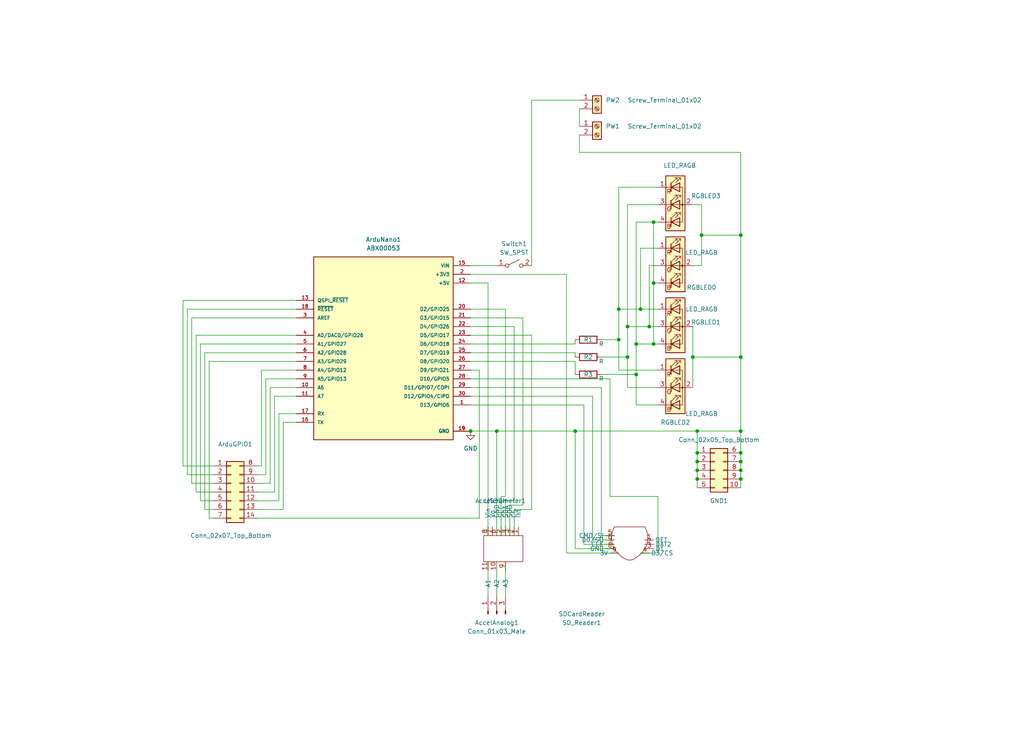
<source format=kicad_sch>
(kicad_sch (version 20211123) (generator eeschema)
  (paper "User" 298.45 217.881)
  (lib_symbols
    (symbol "ABX00053:ABX00053" (pin_names (offset 1.016))
      (property "Reference" "U?" (at 0 30.48 0))
      (property "Value" "ABX00053" (at 0 27.94 0))
      (symbol "ABX00053_0_0"
        (rectangle (start -20.32 -27.94) (end 20.32 25.4) (stroke (width 0.254)) (fill (type background)))
        (pin bidirectional line (at 25.4 -17.78 180) (length 5.08) (name "D13/GPIO6") (number "1"))
        (pin bidirectional line (at -25.4 -12.7 0) (length 5.08) (name "A6") (number "10"))
        (pin bidirectional line (at -25.4 -15.24 0) (length 5.08) (name "A7") (number "11"))
        (pin power_in line (at 25.4 17.78 180) (length 5.08) (name "+5V") (number "12"))
        (pin input line (at -25.4 12.7 0) (length 5.08) (name "QSPI_~{RESET}") (number "13"))
        (pin power_in line (at 25.4 -25.4 180) (length 5.08) (name "GND") (number "14"))
        (pin power_in line (at 25.4 22.86 180) (length 5.08) (name "VIN") (number "15"))
        (pin bidirectional line (at -25.4 -22.86 0) (length 5.08) (name "TX") (number "16"))
        (pin bidirectional line (at -25.4 -20.32 0) (length 5.08) (name "RX") (number "17"))
        (pin input line (at -25.4 10.16 0) (length 5.08) (name "~{RESET}") (number "18"))
        (pin power_in line (at 25.4 -25.4 180) (length 5.08) (name "GND") (number "19"))
        (pin power_in line (at 25.4 20.32 180) (length 5.08) (name "+3V3") (number "2"))
        (pin bidirectional line (at 25.4 10.16 180) (length 5.08) (name "D2/GPIO25") (number "20"))
        (pin bidirectional line (at 25.4 7.62 180) (length 5.08) (name "D3/GPIO15") (number "21"))
        (pin bidirectional line (at 25.4 5.08 180) (length 5.08) (name "D4/GPIO26") (number "22"))
        (pin bidirectional line (at 25.4 2.54 180) (length 5.08) (name "D5/GPIO17") (number "23"))
        (pin bidirectional line (at 25.4 0 180) (length 5.08) (name "D6/GPIO18") (number "24"))
        (pin bidirectional line (at 25.4 -2.54 180) (length 5.08) (name "D7/GPIO19") (number "25"))
        (pin bidirectional line (at 25.4 -5.08 180) (length 5.08) (name "D8/GPIO20") (number "26"))
        (pin bidirectional line (at 25.4 -7.62 180) (length 5.08) (name "D9/GPIO21") (number "27"))
        (pin bidirectional line (at 25.4 -10.16 180) (length 5.08) (name "D10/GPIO5") (number "28"))
        (pin bidirectional line (at 25.4 -12.7 180) (length 5.08) (name "D11/GPIO7/COPI") (number "29"))
        (pin bidirectional line (at -25.4 7.62 0) (length 5.08) (name "AREF") (number "3"))
        (pin bidirectional line (at 25.4 -15.24 180) (length 5.08) (name "D12/GPIO4/CIPO") (number "30"))
        (pin bidirectional line (at -25.4 2.54 0) (length 5.08) (name "A0/DAC0/GPIO26") (number "4"))
        (pin bidirectional line (at -25.4 0 0) (length 5.08) (name "A1/GPIO27") (number "5"))
        (pin bidirectional line (at -25.4 -2.54 0) (length 5.08) (name "A2/GPIO28") (number "6"))
        (pin bidirectional line (at -25.4 -5.08 0) (length 5.08) (name "A3/GPIO29") (number "7"))
        (pin bidirectional line (at -25.4 -7.62 0) (length 5.08) (name "A4/GPIO12") (number "8"))
        (pin bidirectional line (at -25.4 -10.16 0) (length 5.08) (name "A5/GPIO13") (number "9"))
      )
    )
    (symbol "Connector:Conn_01x03_Male" (pin_names (offset 1.016) hide)
      (property "Reference" "J" (at 0 5.08 0))
      (property "Value" "Conn_01x03_Male" (at 0 -5.08 0))
      (symbol "Conn_01x03_Male_1_1"
        (polyline (pts (xy 1.27 -2.54) (xy 0.8636 -2.54)) (stroke (width 0.1524)))
        (polyline (pts (xy 1.27 0) (xy 0.8636 0)) (stroke (width 0.1524)))
        (polyline (pts (xy 1.27 2.54) (xy 0.8636 2.54)) (stroke (width 0.1524)))
        (rectangle (start 0.8636 -2.413) (end 0 -2.667) (stroke (width 0.1524)) (fill (type outline)))
        (rectangle (start 0.8636 0.127) (end 0 -0.127) (stroke (width 0.1524)) (fill (type outline)))
        (rectangle (start 0.8636 2.667) (end 0 2.413) (stroke (width 0.1524)) (fill (type outline)))
        (pin passive line (at 5.08 2.54 180) (length 3.81) (name "Pin_1") (number "1"))
        (pin passive line (at 5.08 0 180) (length 3.81) (name "Pin_2") (number "2"))
        (pin passive line (at 5.08 -2.54 180) (length 3.81) (name "Pin_3") (number "3"))
      )
    )
    (symbol "Connector:Screw_Terminal_01x02" (pin_names (offset 1.016) hide)
      (property "Reference" "J" (at 0 2.54 0))
      (property "Value" "Screw_Terminal_01x02" (at 0 -5.08 0))
      (symbol "Screw_Terminal_01x02_1_1"
        (rectangle (start -1.27 1.27) (end 1.27 -3.81) (stroke (width 0.254)) (fill (type background)))
        (circle (center 0 -2.54) (radius 0.635) (stroke (width 0.1524)))
        (polyline (pts (xy -0.5334 -2.2098) (xy 0.3302 -3.048)) (stroke (width 0.1524)))
        (polyline (pts (xy -0.5334 0.3302) (xy 0.3302 -0.508)) (stroke (width 0.1524)))
        (polyline (pts (xy -0.3556 -2.032) (xy 0.508 -2.8702)) (stroke (width 0.1524)))
        (polyline (pts (xy -0.3556 0.508) (xy 0.508 -0.3302)) (stroke (width 0.1524)))
        (circle (center 0 0) (radius 0.635) (stroke (width 0.1524)))
        (pin passive line (at -5.08 0 0) (length 3.81) (name "Pin_1") (number "1"))
        (pin passive line (at -5.08 -2.54 0) (length 3.81) (name "Pin_2") (number "2"))
      )
    )
    (symbol "Connector_Generic:Conn_02x05_Top_Bottom" (pin_names (offset 1.016) hide)
      (property "Reference" "J" (at 1.27 7.62 0))
      (property "Value" "Conn_02x05_Top_Bottom" (at 1.27 -7.62 0))
      (symbol "Conn_02x05_Top_Bottom_1_1"
        (rectangle (start -1.27 -4.953) (end 0 -5.207) (stroke (width 0.1524)))
        (rectangle (start -1.27 -2.413) (end 0 -2.667) (stroke (width 0.1524)))
        (rectangle (start -1.27 0.127) (end 0 -0.127) (stroke (width 0.1524)))
        (rectangle (start -1.27 2.667) (end 0 2.413) (stroke (width 0.1524)))
        (rectangle (start -1.27 5.207) (end 0 4.953) (stroke (width 0.1524)))
        (rectangle (start -1.27 6.35) (end 3.81 -6.35) (stroke (width 0.254)) (fill (type background)))
        (rectangle (start 3.81 -4.953) (end 2.54 -5.207) (stroke (width 0.1524)))
        (rectangle (start 3.81 -2.413) (end 2.54 -2.667) (stroke (width 0.1524)))
        (rectangle (start 3.81 0.127) (end 2.54 -0.127) (stroke (width 0.1524)))
        (rectangle (start 3.81 2.667) (end 2.54 2.413) (stroke (width 0.1524)))
        (rectangle (start 3.81 5.207) (end 2.54 4.953) (stroke (width 0.1524)))
        (pin passive line (at -5.08 5.08 0) (length 3.81) (name "Pin_1") (number "1"))
        (pin passive line (at 7.62 -5.08 180) (length 3.81) (name "Pin_10") (number "10"))
        (pin passive line (at -5.08 2.54 0) (length 3.81) (name "Pin_2") (number "2"))
        (pin passive line (at -5.08 0 0) (length 3.81) (name "Pin_3") (number "3"))
        (pin passive line (at -5.08 -2.54 0) (length 3.81) (name "Pin_4") (number "4"))
        (pin passive line (at -5.08 -5.08 0) (length 3.81) (name "Pin_5") (number "5"))
        (pin passive line (at 7.62 5.08 180) (length 3.81) (name "Pin_6") (number "6"))
        (pin passive line (at 7.62 2.54 180) (length 3.81) (name "Pin_7") (number "7"))
        (pin passive line (at 7.62 0 180) (length 3.81) (name "Pin_8") (number "8"))
        (pin passive line (at 7.62 -2.54 180) (length 3.81) (name "Pin_9") (number "9"))
      )
    )
    (symbol "Connector_Generic:Conn_02x07_Top_Bottom" (pin_names (offset 1.016) hide)
      (property "Reference" "J" (at 1.27 10.16 0))
      (property "Value" "Conn_02x07_Top_Bottom" (at 1.27 -10.16 0))
      (symbol "Conn_02x07_Top_Bottom_1_1"
        (rectangle (start -1.27 -7.493) (end 0 -7.747) (stroke (width 0.1524)))
        (rectangle (start -1.27 -4.953) (end 0 -5.207) (stroke (width 0.1524)))
        (rectangle (start -1.27 -2.413) (end 0 -2.667) (stroke (width 0.1524)))
        (rectangle (start -1.27 0.127) (end 0 -0.127) (stroke (width 0.1524)))
        (rectangle (start -1.27 2.667) (end 0 2.413) (stroke (width 0.1524)))
        (rectangle (start -1.27 5.207) (end 0 4.953) (stroke (width 0.1524)))
        (rectangle (start -1.27 7.747) (end 0 7.493) (stroke (width 0.1524)))
        (rectangle (start -1.27 8.89) (end 3.81 -8.89) (stroke (width 0.254)) (fill (type background)))
        (rectangle (start 3.81 -7.493) (end 2.54 -7.747) (stroke (width 0.1524)))
        (rectangle (start 3.81 -4.953) (end 2.54 -5.207) (stroke (width 0.1524)))
        (rectangle (start 3.81 -2.413) (end 2.54 -2.667) (stroke (width 0.1524)))
        (rectangle (start 3.81 0.127) (end 2.54 -0.127) (stroke (width 0.1524)))
        (rectangle (start 3.81 2.667) (end 2.54 2.413) (stroke (width 0.1524)))
        (rectangle (start 3.81 5.207) (end 2.54 4.953) (stroke (width 0.1524)))
        (rectangle (start 3.81 7.747) (end 2.54 7.493) (stroke (width 0.1524)))
        (pin passive line (at -5.08 7.62 0) (length 3.81) (name "Pin_1") (number "1"))
        (pin passive line (at 7.62 2.54 180) (length 3.81) (name "Pin_10") (number "10"))
        (pin passive line (at 7.62 0 180) (length 3.81) (name "Pin_11") (number "11"))
        (pin passive line (at 7.62 -2.54 180) (length 3.81) (name "Pin_12") (number "12"))
        (pin passive line (at 7.62 -5.08 180) (length 3.81) (name "Pin_13") (number "13"))
        (pin passive line (at 7.62 -7.62 180) (length 3.81) (name "Pin_14") (number "14"))
        (pin passive line (at -5.08 5.08 0) (length 3.81) (name "Pin_2") (number "2"))
        (pin passive line (at -5.08 2.54 0) (length 3.81) (name "Pin_3") (number "3"))
        (pin passive line (at -5.08 0 0) (length 3.81) (name "Pin_4") (number "4"))
        (pin passive line (at -5.08 -2.54 0) (length 3.81) (name "Pin_5") (number "5"))
        (pin passive line (at -5.08 -5.08 0) (length 3.81) (name "Pin_6") (number "6"))
        (pin passive line (at -5.08 -7.62 0) (length 3.81) (name "Pin_7") (number "7"))
        (pin passive line (at 7.62 7.62 180) (length 3.81) (name "Pin_8") (number "8"))
        (pin passive line (at 7.62 5.08 180) (length 3.81) (name "Pin_9") (number "9"))
      )
    )
    (symbol "Device:LED_RAGB" (pin_names (offset 0) hide)
      (property "Reference" "D" (at 0 9.398 0))
      (property "Value" "LED_RAGB" (at 0 -8.89 0))
      (symbol "LED_RAGB_0_0"
        (text "B" (at -1.905 -6.35 0) (effects (font (size 1.27 1.27))))
        (text "G" (at -1.905 -1.27 0) (effects (font (size 1.27 1.27))))
        (text "R" (at -1.905 3.81 0) (effects (font (size 1.27 1.27))))
      )
      (symbol "LED_RAGB_0_1"
        (polyline (pts (xy -1.27 -5.08) (xy -2.54 -5.08)))
        (polyline (pts (xy -1.27 -5.08) (xy 1.27 -5.08)))
        (polyline (pts (xy -1.27 -3.81) (xy -1.27 -6.35)) (stroke (width 0.254)))
        (polyline (pts (xy -1.27 0) (xy -2.54 0)))
        (polyline (pts (xy -1.27 1.27) (xy -1.27 -1.27)) (stroke (width 0.254)))
        (polyline (pts (xy -1.27 5.08) (xy -2.54 5.08)))
        (polyline (pts (xy -1.27 5.08) (xy 1.27 5.08)))
        (polyline (pts (xy -1.27 6.35) (xy -1.27 3.81)) (stroke (width 0.254)))
        (polyline (pts (xy 1.27 0) (xy -1.27 0)))
        (polyline (pts (xy 1.27 0) (xy 2.54 0)))
        (polyline (pts (xy -1.27 1.27) (xy -1.27 -1.27) (xy -1.27 -1.27)))
        (polyline (pts (xy -1.27 6.35) (xy -1.27 3.81) (xy -1.27 3.81)))
        (polyline (pts (xy 1.27 -5.08) (xy 2.032 -5.08) (xy 2.032 5.08) (xy 1.27 5.08)))
        (polyline (pts (xy 1.27 -3.81) (xy 1.27 -6.35) (xy -1.27 -5.08) (xy 1.27 -3.81)) (stroke (width 0.254)))
        (polyline (pts (xy 1.27 1.27) (xy 1.27 -1.27) (xy -1.27 0) (xy 1.27 1.27)) (stroke (width 0.254)))
        (polyline (pts (xy 1.27 6.35) (xy 1.27 3.81) (xy -1.27 5.08) (xy 1.27 6.35)) (stroke (width 0.254)))
        (polyline (pts (xy -1.016 -3.81) (xy 0.508 -2.286) (xy -0.254 -2.286) (xy 0.508 -2.286) (xy 0.508 -3.048)))
        (polyline (pts (xy -1.016 1.27) (xy 0.508 2.794) (xy -0.254 2.794) (xy 0.508 2.794) (xy 0.508 2.032)))
        (polyline (pts (xy -1.016 6.35) (xy 0.508 7.874) (xy -0.254 7.874) (xy 0.508 7.874) (xy 0.508 7.112)))
        (polyline (pts (xy 0 -3.81) (xy 1.524 -2.286) (xy 0.762 -2.286) (xy 1.524 -2.286) (xy 1.524 -3.048)))
        (polyline (pts (xy 0 1.27) (xy 1.524 2.794) (xy 0.762 2.794) (xy 1.524 2.794) (xy 1.524 2.032)))
        (polyline (pts (xy 0 6.35) (xy 1.524 7.874) (xy 0.762 7.874) (xy 1.524 7.874) (xy 1.524 7.112)))
        (rectangle (start 1.27 -1.27) (end 1.27 1.27))
        (rectangle (start 1.27 1.27) (end 1.27 1.27))
        (rectangle (start 1.27 3.81) (end 1.27 6.35))
        (rectangle (start 1.27 6.35) (end 1.27 6.35))
        (circle (center 2.032 0) (radius 0.254) (fill (type outline)))
        (rectangle (start 2.794 8.382) (end -2.794 -7.62) (stroke (width 0.254)) (fill (type background)))
      )
      (symbol "LED_RAGB_1_1"
        (pin passive line (at -5.08 5.08 0) (length 2.54) (name "RK") (number "1"))
        (pin passive line (at 5.08 0 180) (length 2.54) (name "A") (number "2"))
        (pin passive line (at -5.08 0 0) (length 2.54) (name "GK") (number "3"))
        (pin passive line (at -5.08 -5.08 0) (length 2.54) (name "BK") (number "4"))
      )
    )
    (symbol "Device:R" (pin_numbers hide) (pin_names (offset 0))
      (property "Reference" "R" (at 2.032 0 90))
      (property "Value" "R" (at 0 0 90))
      (symbol "R_0_1"
        (rectangle (start -1.016 -2.54) (end 1.016 2.54) (stroke (width 0.254)))
      )
      (symbol "R_1_1"
        (pin passive line (at 0 3.81 270) (length 1.27) (name "~") (number "1"))
        (pin passive line (at 0 -3.81 90) (length 1.27) (name "~") (number "2"))
      )
    )
    (symbol "ElectronicEggDrop:LIS3DH" (pin_names (offset 2.54))
      (property "Reference" "Accelerometer1" (at 13.97 1.2701 90))
      (property "Value" "LIS3DH" (at 13.97 -1.2699 90))
      (symbol "LIS3DH_0_1"
        (rectangle (start -3.81 -1.27) (end 3.81 -12.7))
      )
      (symbol "LIS3DH_1_1"
        (pin unspecified line (at 3.81 -11.43 0) (length 2.54) (name "Int") (number "1"))
        (pin unspecified line (at -3.81 -5.08 180) (length 2.54) (name "A2") (number "10"))
        (pin unspecified line (at -3.81 -2.54 180) (length 2.54) (name "A1") (number "11"))
        (pin unspecified line (at 3.81 -10.16 0) (length 2.54) (name "CS") (number "2"))
        (pin unspecified line (at 3.81 -8.89 0) (length 2.54) (name "SDO") (number "3"))
        (pin unspecified line (at 3.81 -7.62 0) (length 2.54) (name "SDA") (number "4"))
        (pin unspecified line (at 3.81 -6.35 0) (length 2.54) (name "SCL") (number "5"))
        (pin passive line (at 3.81 -5.08 0) (length 2.54) (name "GND") (number "6"))
        (pin power_out line (at 3.81 -3.81 0) (length 2.54) (name "Vo") (number "7"))
        (pin power_in line (at 3.81 -2.54 0) (length 2.54) (name "Vin") (number "8"))
        (pin unspecified line (at -3.81 -7.62 180) (length 2.54) (name "A3") (number "9"))
      )
    )
    (symbol "ElectronicEggDrop:SDCardReader"
      (property "Reference" "SD_Reader1" (at 6.985 16.51 0))
      (property "Value" "SDCardReader" (at 6.985 13.97 0))
      (symbol "SDCardReader_0_1"
        (arc (start -8.89 -2.54) (mid -12.0012 -6.4589) (end -11.43 -11.43))
        (arc (start -5.08 -2.54) (mid -6.985 -1.7509) (end -8.89 -2.54))
        (arc (start -2.54 -11.43) (mid -1.9688 -6.4589) (end -5.08 -2.54))
        (polyline (pts (xy -2.54 -11.43) (xy -11.43 -11.43) (xy -11.43 -11.43)))
      )
      (symbol "SDCardReader_1_1"
        (pin input line (at -11.43 -7.62 180) (length 2.54) (name "DET") (number "1"))
        (pin input line (at -11.43 -6.35 180) (length 2.54) (name "DAT2") (number "2"))
        (pin input line (at -11.43 -5.08 180) (length 2.54) (name "D1") (number "3"))
        (pin input line (at -10.16 -3.81 180) (length 2.54) (name "D3/CS") (number "4"))
        (pin input line (at -2.54 -8.89 0) (length 2.54) (name "CMD/SI") (number "5"))
        (pin input line (at -2.54 -7.62 0) (length 2.54) (name "D0/SO") (number "6"))
        (pin input line (at -2.54 -6.35 0) (length 2.54) (name "CLK") (number "7"))
        (pin input line (at -2.54 -5.08 0) (length 2.54) (name "GND") (number "8"))
        (pin input line (at -3.81 -3.81 0) (length 2.54) (name "3V") (number "9"))
      )
    )
    (symbol "Switch:SW_SPST" (pin_names (offset 0) hide)
      (property "Reference" "SW" (at 0 3.175 0))
      (property "Value" "SW_SPST" (at 0 -2.54 0))
      (symbol "SW_SPST_0_0"
        (circle (center -2.032 0) (radius 0.508))
        (polyline (pts (xy -1.524 0.254) (xy 1.524 1.778)))
        (circle (center 2.032 0) (radius 0.508))
      )
      (symbol "SW_SPST_1_1"
        (pin passive line (at -5.08 0 0) (length 2.54) (name "A") (number "1"))
        (pin passive line (at 5.08 0 180) (length 2.54) (name "B") (number "2"))
      )
    )
    (symbol "power:GND" (power) (pin_names (offset 0))
      (property "Value" "GND" (at 0 -3.81 0))
      (symbol "GND_0_1"
        (polyline (pts (xy 0 0) (xy 0 -1.27) (xy 1.27 -1.27) (xy 0 -2.54) (xy -1.27 -1.27) (xy 0 -1.27)))
      )
      (symbol "GND_1_1"
        (pin power_in line (at 0 0 270) (length 0) hide (name "GND") (number "1"))
      )
    )
  )
  (junction (at 185.42 100.33))
  (junction (at 182.88 95.25))
  (junction (at 201.93 104.14))
  (junction (at 204.47 68.58))
  (junction (at 215.9 68.58))
  (junction (at 203.2 125.73))
  (junction (at 203.2 132.08))
  (junction (at 180.34 99.06))
  (junction (at 203.2 137.16))
  (junction (at 190.5 100.33))
  (junction (at 137.16 125.73))
  (junction (at 185.42 109.22))
  (junction (at 190.5 82.55))
  (junction (at 215.9 134.62))
  (junction (at 215.9 139.7))
  (junction (at 190.5 64.77))
  (junction (at 215.9 137.16))
  (junction (at 182.88 104.14))
  (junction (at 215.9 104.14))
  (junction (at 186.69 90.17))
  (junction (at 215.9 125.73))
  (junction (at 203.2 134.62))
  (junction (at 203.2 139.7))
  (junction (at 189.23 95.25))
  (junction (at 144.78 125.73))
  (junction (at 180.34 90.17))
  (junction (at 167.64 125.73))
  (junction (at 215.9 132.08))
  (wire (pts (xy 86.36 87.63) (xy 53.34 87.63)))
  (wire (pts (xy 190.5 64.77) (xy 191.77 64.77)))
  (wire (pts (xy 86.36 102.87) (xy 59.69 102.87)))
  (wire (pts (xy 86.36 123.19) (xy 82.55 123.19)))
  (wire (pts (xy 185.42 109.22) (xy 185.42 118.11)))
  (wire (pts (xy 165.1 161.29) (xy 180.34 161.29)))
  (wire (pts (xy 190.5 100.33) (xy 191.77 100.33)))
  (wire (pts (xy 57.15 143.51) (xy 62.23 143.51)))
  (wire (pts (xy 182.88 59.69) (xy 191.77 59.69)))
  (wire (pts (xy 201.93 104.14) (xy 215.9 104.14)))
  (wire (pts (xy 180.34 99.06) (xy 180.34 107.95)))
  (wire (pts (xy 86.36 120.65) (xy 81.28 120.65)))
  (wire (pts (xy 185.42 64.77) (xy 190.5 64.77)))
  (wire (pts (xy 147.32 144.78) (xy 147.32 90.17)))
  (wire (pts (xy 172.72 115.57) (xy 137.16 115.57)))
  (wire (pts (xy 154.94 97.79) (xy 154.94 148.59)))
  (wire (pts (xy 203.2 125.73) (xy 167.64 125.73)))
  (wire (pts (xy 180.34 90.17) (xy 186.69 90.17)))
  (wire (pts (xy 152.4 147.32) (xy 148.59 147.32)))
  (wire (pts (xy 203.2 137.16) (xy 203.2 139.7)))
  (wire (pts (xy 86.36 115.57) (xy 80.01 115.57)))
  (wire (pts (xy 86.36 92.71) (xy 55.88 92.71)))
  (wire (pts (xy 154.94 97.79) (xy 137.16 97.79)))
  (wire (pts (xy 139.7 107.95) (xy 139.7 151.13)))
  (wire (pts (xy 191.77 161.29) (xy 186.69 161.29)))
  (wire (pts (xy 53.34 87.63) (xy 53.34 135.89)))
  (wire (pts (xy 137.16 77.47) (xy 144.78 77.47)))
  (wire (pts (xy 182.88 104.14) (xy 182.88 113.03)))
  (wire (pts (xy 147.32 144.78) (xy 146.05 144.78)))
  (wire (pts (xy 186.69 90.17) (xy 191.77 90.17)))
  (wire (pts (xy 59.69 148.59) (xy 62.23 148.59)))
  (wire (pts (xy 54.61 90.17) (xy 54.61 138.43)))
  (wire (pts (xy 185.42 118.11) (xy 191.77 118.11)))
  (wire (pts (xy 201.93 104.14) (xy 201.93 113.03)))
  (wire (pts (xy 175.26 113.03) (xy 137.16 113.03)))
  (wire (pts (xy 137.16 118.11) (xy 170.18 118.11)))
  (wire (pts (xy 170.18 118.11) (xy 170.18 158.75)))
  (wire (pts (xy 215.9 68.58) (xy 215.9 104.14)))
  (wire (pts (xy 215.9 132.08) (xy 215.9 125.73)))
  (wire (pts (xy 180.34 107.95) (xy 191.77 107.95)))
  (wire (pts (xy 185.42 100.33) (xy 185.42 64.77)))
  (wire (pts (xy 60.96 105.41) (xy 60.96 151.13)))
  (wire (pts (xy 204.47 59.69) (xy 201.93 59.69)))
  (wire (pts (xy 182.88 95.25) (xy 189.23 95.25)))
  (wire (pts (xy 86.36 105.41) (xy 60.96 105.41)))
  (wire (pts (xy 149.86 95.25) (xy 149.86 146.05)))
  (wire (pts (xy 81.28 146.05) (xy 74.93 146.05)))
  (wire (pts (xy 189.23 77.47) (xy 191.77 77.47)))
  (wire (pts (xy 168.91 39.37) (xy 168.91 44.45)))
  (wire (pts (xy 86.36 107.95) (xy 76.2 107.95)))
  (wire (pts (xy 58.42 100.33) (xy 58.42 146.05)))
  (wire (pts (xy 203.2 125.73) (xy 215.9 125.73)))
  (wire (pts (xy 167.64 105.41) (xy 137.16 105.41)))
  (wire (pts (xy 76.2 135.89) (xy 74.93 135.89)))
  (wire (pts (xy 215.9 132.08) (xy 215.9 134.62)))
  (wire (pts (xy 215.9 44.45) (xy 215.9 68.58)))
  (wire (pts (xy 167.64 109.22) (xy 167.64 105.41)))
  (wire (pts (xy 146.05 144.78) (xy 146.05 156.21)))
  (wire (pts (xy 154.94 29.21) (xy 154.94 77.47)))
  (wire (pts (xy 81.28 120.65) (xy 81.28 146.05)))
  (wire (pts (xy 144.78 163.83) (xy 144.78 173.99)))
  (wire (pts (xy 139.7 151.13) (xy 74.93 151.13)))
  (wire (pts (xy 77.47 138.43) (xy 74.93 138.43)))
  (wire (pts (xy 204.47 68.58) (xy 215.9 68.58)))
  (wire (pts (xy 177.8 144.78) (xy 177.8 110.49)))
  (wire (pts (xy 142.24 82.55) (xy 142.24 156.21)))
  (wire (pts (xy 147.32 90.17) (xy 137.16 90.17)))
  (wire (pts (xy 54.61 138.43) (xy 62.23 138.43)))
  (wire (pts (xy 182.88 113.03) (xy 191.77 113.03)))
  (wire (pts (xy 182.88 95.25) (xy 182.88 59.69)))
  (wire (pts (xy 215.9 104.14) (xy 215.9 125.73)))
  (wire (pts (xy 201.93 95.25) (xy 201.93 104.14)))
  (wire (pts (xy 204.47 77.47) (xy 204.47 68.58)))
  (wire (pts (xy 142.24 82.55) (xy 137.16 82.55)))
  (wire (pts (xy 86.36 97.79) (xy 57.15 97.79)))
  (wire (pts (xy 177.8 110.49) (xy 137.16 110.49)))
  (wire (pts (xy 149.86 146.05) (xy 147.32 146.05)))
  (wire (pts (xy 148.59 147.32) (xy 148.59 156.21)))
  (wire (pts (xy 86.36 113.03) (xy 78.74 113.03)))
  (wire (pts (xy 55.88 92.71) (xy 55.88 140.97)))
  (wire (pts (xy 82.55 148.59) (xy 74.93 148.59)))
  (wire (pts (xy 167.64 99.06) (xy 167.64 100.33)))
  (wire (pts (xy 86.36 110.49) (xy 77.47 110.49)))
  (wire (pts (xy 152.4 92.71) (xy 137.16 92.71)))
  (wire (pts (xy 203.2 125.73) (xy 203.2 132.08)))
  (wire (pts (xy 142.24 163.83) (xy 142.24 173.99)))
  (wire (pts (xy 154.94 148.59) (xy 149.86 148.59)))
  (wire (pts (xy 86.36 100.33) (xy 58.42 100.33)))
  (wire (pts (xy 53.34 135.89) (xy 62.23 135.89)))
  (wire (pts (xy 186.69 72.39) (xy 191.77 72.39)))
  (wire (pts (xy 215.9 139.7) (xy 215.9 142.24)))
  (wire (pts (xy 165.1 80.01) (xy 137.16 80.01)))
  (wire (pts (xy 191.77 144.78) (xy 191.77 161.29)))
  (wire (pts (xy 185.42 109.22) (xy 185.42 100.33)))
  (wire (pts (xy 177.8 144.78) (xy 191.77 144.78)))
  (wire (pts (xy 189.23 95.25) (xy 191.77 95.25)))
  (wire (pts (xy 190.5 100.33) (xy 190.5 82.55)))
  (wire (pts (xy 190.5 64.77) (xy 190.5 82.55)))
  (wire (pts (xy 204.47 68.58) (xy 204.47 59.69)))
  (wire (pts (xy 168.91 31.75) (xy 168.91 36.83)))
  (wire (pts (xy 78.74 113.03) (xy 78.74 140.97)))
  (wire (pts (xy 168.91 44.45) (xy 215.9 44.45)))
  (wire (pts (xy 165.1 80.01) (xy 165.1 161.29)))
  (wire (pts (xy 59.69 102.87) (xy 59.69 148.59)))
  (wire (pts (xy 167.64 160.02) (xy 179.07 160.02)))
  (wire (pts (xy 58.42 146.05) (xy 62.23 146.05)))
  (wire (pts (xy 60.96 151.13) (xy 62.23 151.13)))
  (wire (pts (xy 180.34 90.17) (xy 180.34 99.06)))
  (wire (pts (xy 186.69 90.17) (xy 186.69 72.39)))
  (wire (pts (xy 180.34 99.06) (xy 175.26 99.06)))
  (wire (pts (xy 175.26 109.22) (xy 185.42 109.22)))
  (wire (pts (xy 147.32 163.83) (xy 147.32 173.99)))
  (wire (pts (xy 180.34 54.61) (xy 191.77 54.61)))
  (wire (pts (xy 167.64 104.14) (xy 167.64 102.87)))
  (wire (pts (xy 147.32 146.05) (xy 147.32 156.21)))
  (wire (pts (xy 203.2 132.08) (xy 203.2 134.62)))
  (wire (pts (xy 175.26 113.03) (xy 175.26 156.21)))
  (wire (pts (xy 80.01 143.51) (xy 74.93 143.51)))
  (wire (pts (xy 203.2 134.62) (xy 203.2 137.16)))
  (wire (pts (xy 77.47 110.49) (xy 77.47 138.43)))
  (wire (pts (xy 137.16 107.95) (xy 139.7 107.95)))
  (wire (pts (xy 86.36 90.17) (xy 54.61 90.17)))
  (wire (pts (xy 57.15 97.79) (xy 57.15 143.51)))
  (wire (pts (xy 152.4 92.71) (xy 152.4 147.32)))
  (wire (pts (xy 170.18 158.75) (xy 179.07 158.75)))
  (wire (pts (xy 167.64 125.73) (xy 167.64 160.02)))
  (wire (pts (xy 149.86 95.25) (xy 137.16 95.25)))
  (wire (pts (xy 190.5 82.55) (xy 191.77 82.55)))
  (wire (pts (xy 149.86 148.59) (xy 149.86 156.21)))
  (wire (pts (xy 203.2 139.7) (xy 203.2 142.24)))
  (wire (pts (xy 185.42 100.33) (xy 190.5 100.33)))
  (wire (pts (xy 215.9 137.16) (xy 215.9 139.7)))
  (wire (pts (xy 201.93 77.47) (xy 204.47 77.47)))
  (wire (pts (xy 80.01 115.57) (xy 80.01 143.51)))
  (wire (pts (xy 167.64 100.33) (xy 137.16 100.33)))
  (wire (pts (xy 189.23 95.25) (xy 189.23 77.47)))
  (wire (pts (xy 167.64 125.73) (xy 144.78 125.73)))
  (wire (pts (xy 175.26 104.14) (xy 182.88 104.14)))
  (wire (pts (xy 144.78 125.73) (xy 137.16 125.73)))
  (wire (pts (xy 182.88 104.14) (xy 182.88 95.25)))
  (wire (pts (xy 167.64 102.87) (xy 137.16 102.87)))
  (wire (pts (xy 172.72 157.48) (xy 179.07 157.48)))
  (wire (pts (xy 55.88 140.97) (xy 62.23 140.97)))
  (wire (pts (xy 172.72 115.57) (xy 172.72 157.48)))
  (wire (pts (xy 180.34 54.61) (xy 180.34 90.17)))
  (wire (pts (xy 82.55 123.19) (xy 82.55 148.59)))
  (wire (pts (xy 144.78 125.73) (xy 144.78 156.21)))
  (wire (pts (xy 215.9 134.62) (xy 215.9 137.16)))
  (wire (pts (xy 78.74 140.97) (xy 74.93 140.97)))
  (wire (pts (xy 175.26 156.21) (xy 179.07 156.21)))
  (wire (pts (xy 154.94 29.21) (xy 168.91 29.21)))
  (wire (pts (xy 76.2 107.95) (xy 76.2 135.89)))
  (symbol (lib_id "Device:LED_RAGB") (at 196.85 113.03 0) (unit 1)
    (property "Reference" "RGBLED2" (at 196.85 123.19 0))
    (property "Value" "LED_RAGB" (at 204.47 120.65 0))
    (property "Footprint" "Connector_PinSocket_2.54mm:PinSocket_1x04_P2.54mm_Vertical" (effects hide))
  )
  (symbol (lib_id "ElectronicEggDrop:LIS3DH") (at 139.7 160.02 90) (unit 1)
    (property "Reference" "Accelerometer1" (at 138.4299 146.05 90) (effects (justify right)))
    (property "Value" "LIS3DH" (at 140.9699 146.05 90) (effects (justify right)))
    (property "Footprint" "ElectronicEggDrop:LIS3DH" (effects hide))
  )
  (symbol (lib_id "Device:R") (at 171.45 109.22 90) (unit 1)
    (property "Reference" "R3" (at 171.45 109.22 90))
    (property "Value" "R" (at 175.26 110.49 90))
    (property "Footprint" "Resistor_THT:R_Axial_DIN0207_L6.3mm_D2.5mm_P7.62mm_Horizontal" (effects hide))
  )
  (symbol (lib_id "Connector:Conn_01x03_Male") (at 144.78 179.07 90) (unit 1)
    (property "Reference" "AccelAnalog1" (at 144.78 181.61 90))
    (property "Value" "Conn_01x03_Male" (at 144.78 184.15 90))
    (property "Footprint" "Connector_PinHeader_2.54mm:PinHeader_1x03_P2.54mm_Vertical" (effects hide))
  )
  (symbol (lib_id "Device:R") (at 171.45 99.06 90) (unit 1)
    (property "Reference" "R1" (at 171.45 99.06 90))
    (property "Value" "R" (at 175.26 100.33 90))
    (property "Footprint" "Resistor_THT:R_Axial_DIN0207_L6.3mm_D2.5mm_P7.62mm_Horizontal" (effects hide))
  )
  (symbol (lib_id "Device:LED_RAGB") (at 196.85 77.47 0) (unit 1)
    (property "Reference" "RGBLED0" (at 204.47 83.82 0))
    (property "Value" "LED_RAGB" (at 204.47 73.66 0))
    (property "Footprint" "Connector_PinSocket_2.54mm:PinSocket_1x04_P2.54mm_Vertical" (effects hide))
  )
  (symbol (lib_id "Switch:SW_SPST") (at 149.86 77.47 0) (unit 1)
    (property "Reference" "Switch1" (at 149.86 71.12 0))
    (property "Value" "SW_SPST" (at 149.86 73.66 0))
    (property "Footprint" "Connector_PinSocket_2.54mm:PinSocket_1x03_P2.54mm_Vertical" (effects hide))
  )
  (symbol (lib_id "Connector_Generic:Conn_02x05_Top_Bottom") (at 208.28 137.16 0) (unit 1)
    (property "Reference" "GND1" (at 209.55 146.05 0))
    (property "Value" "Conn_02x05_Top_Bottom" (at 209.55 128.27 0))
    (property "Footprint" "Connector_PinHeader_2.54mm:PinHeader_2x05_P2.54mm_Vertical" (effects hide))
  )
  (symbol (lib_id "Device:LED_RAGB") (at 196.85 59.69 0) (unit 1)
    (property "Reference" "RGBLED3" (at 205.74 57.15 0))
    (property "Value" "LED_RAGB" (at 198.12 48.26 0))
    (property "Footprint" "Connector_PinSocket_2.54mm:PinSocket_1x04_P2.54mm_Vertical" (effects hide))
  )
  (symbol (lib_id "Connector_Generic:Conn_02x07_Top_Bottom") (at 67.31 143.51 0) (unit 1)
    (property "Reference" "ArduGPIO1" (at 68.58 129.54 0))
    (property "Value" "Conn_02x07_Top_Bottom" (at 67.31 156.21 0))
    (property "Footprint" "Connector_PinHeader_2.54mm:PinHeader_2x07_P2.54mm_Vertical" (effects hide))
  )
  (symbol (lib_id "Device:R") (at 171.45 104.14 90) (unit 1)
    (property "Reference" "R2" (at 171.45 104.14 90))
    (property "Value" "R" (at 175.26 105.41 90))
    (property "Footprint" "Resistor_THT:R_Axial_DIN0207_L6.3mm_D2.5mm_P7.62mm_Horizontal" (effects hide))
  )
  (symbol (lib_id "ElectronicEggDrop:SDCardReader") (at 176.53 165.1 180) (unit 1)
    (property "Reference" "SD_Reader1" (at 169.545 181.61 0))
    (property "Value" "SDCardReader" (at 169.545 179.07 0))
    (property "Footprint" "ElectronicEggDrop:SDCardReader" (effects hide))
  )
  (symbol (lib_id "Connector:Screw_Terminal_01x02") (at 173.99 29.21 0) (unit 1)
    (property "Reference" "PW2" (at 176.53 29.2099 0) (effects (justify left)))
    (property "Value" "Screw_Terminal_01x02" (at 182.88 29.21 0) (effects (justify left)))
    (property "Footprint" "Connector_JST:JST_PH_S2B-PH-K_1x02_P2.00mm_Horizontal" (effects hide))
  )
  (symbol (lib_id "power:GND") (at 137.16 125.73 0) (unit 1)
    (property "Reference" "#PWR0101" (effects hide))
    (property "Value" "GND" (at 137.16 130.81 0))
  )
  (symbol (lib_id "Connector:Screw_Terminal_01x02") (at 173.99 36.83 0) (unit 1)
    (property "Reference" "PW1" (at 176.53 36.8299 0) (effects (justify left)))
    (property "Value" "Screw_Terminal_01x02" (at 182.88 36.83 0) (effects (justify left)))
    (property "Footprint" "Connector_JST:JST_PH_S2B-PH-K_1x02_P2.00mm_Horizontal" (effects hide))
  )
  (symbol (lib_id "ABX00053:ABX00053") (at 111.76 100.33 0) (unit 1)
    (property "Reference" "ArduNano1" (at 111.76 69.85 0))
    (property "Value" "ABX00053" (at 111.76 72.39 0))
    (property "Footprint" "Arduino Nano:MODULE_ABX00053" (effects hide))
    (property "STANDARD" "Manufacturer Recommendations" (effects hide))
    (property "PARTREV" "Rev. 01 - 14/05/2021" (effects hide))
    (property "MANUFACTURER" "Arduino" (effects hide))
  )
  (symbol (lib_id "Device:LED_RAGB") (at 196.85 95.25 0) (unit 1)
    (property "Reference" "RGBLED1" (at 205.74 93.98 0))
    (property "Value" "LED_RAGB" (at 204.47 90.17 0))
    (property "Footprint" "Connector_PinSocket_2.54mm:PinSocket_1x04_P2.54mm_Vertical" (effects hide))
  )
)
</source>
